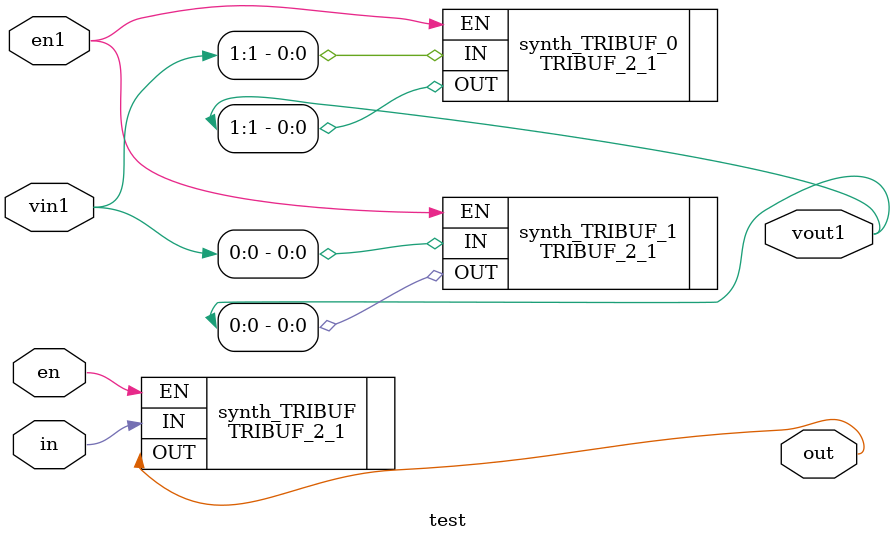
<source format=v>
module test(in, out, en, vout1, en1, vin1);

input wire in;
output wire out;
input wire en;
output wire [1:0]vout1;
input wire en1;
input wire [1:0]vin1;
TRIBUF_2_1 synth_TRIBUF(.OUT(out), .IN(in), .EN(en));
TRIBUF_2_1 synth_TRIBUF_0(.OUT(vout1[1]), .IN(vin1[1]), .EN(en1));
TRIBUF_2_1 synth_TRIBUF_1(.OUT(vout1[0]), .IN(vin1[0]), .EN(en1));
endmodule

</source>
